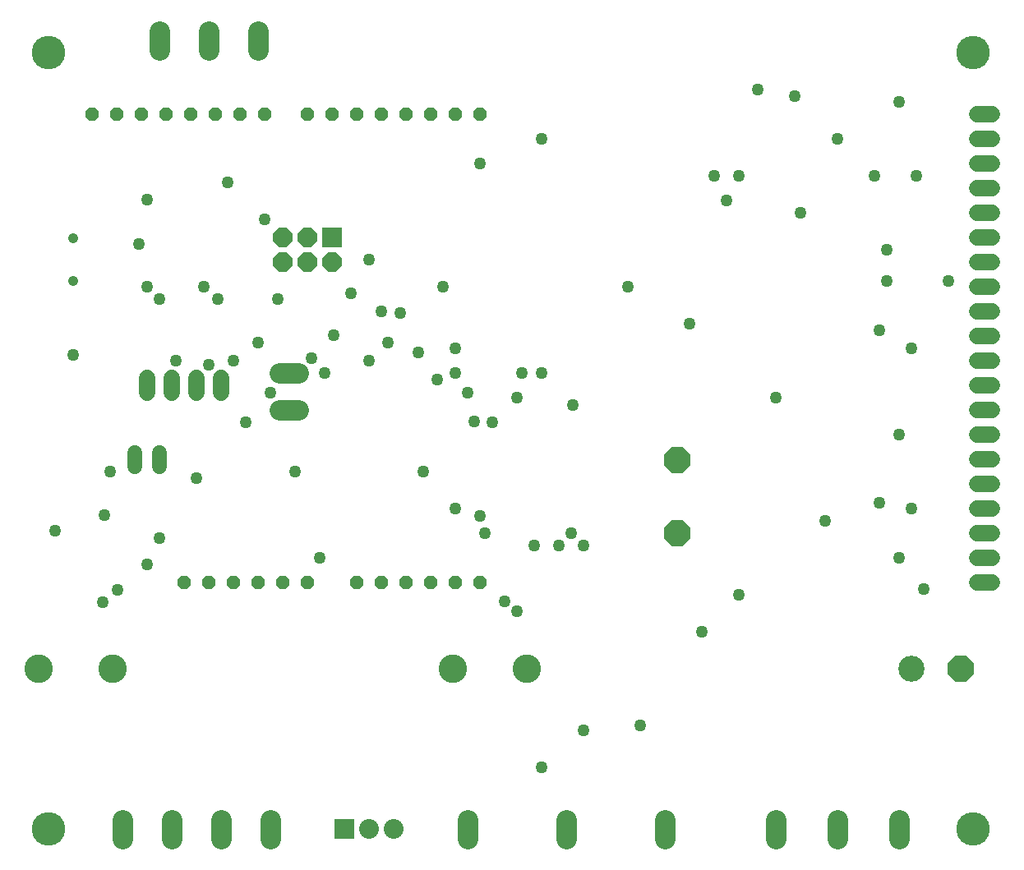
<source format=gbs>
G75*
G70*
%OFA0B0*%
%FSLAX24Y24*%
%IPPOS*%
%LPD*%
%AMOC8*
5,1,8,0,0,1.08239X$1,22.5*
%
%ADD10C,0.0414*%
%ADD11C,0.0660*%
%ADD12R,0.0800X0.0800*%
%ADD13OC8,0.0800*%
%ADD14C,0.0840*%
%ADD15C,0.0800*%
%ADD16OC8,0.0560*%
%ADD17C,0.0600*%
%ADD18C,0.1060*%
%ADD19OC8,0.1060*%
%ADD20C,0.1155*%
%ADD21C,0.1360*%
%ADD22C,0.0496*%
D10*
X004687Y024945D03*
X004687Y026677D03*
D11*
X007687Y020981D02*
X007687Y020381D01*
X008687Y020381D02*
X008687Y020981D01*
X009687Y020981D02*
X009687Y020381D01*
X010687Y020381D02*
X010687Y020981D01*
X041337Y020681D02*
X041937Y020681D01*
X041937Y021681D02*
X041337Y021681D01*
X041337Y022681D02*
X041937Y022681D01*
X041937Y023681D02*
X041337Y023681D01*
X041337Y024681D02*
X041937Y024681D01*
X041937Y025681D02*
X041337Y025681D01*
X041337Y026681D02*
X041937Y026681D01*
X041937Y027681D02*
X041337Y027681D01*
X041337Y028681D02*
X041937Y028681D01*
X041937Y029681D02*
X041337Y029681D01*
X041337Y030681D02*
X041937Y030681D01*
X041937Y031681D02*
X041337Y031681D01*
X041337Y019681D02*
X041937Y019681D01*
X041937Y018681D02*
X041337Y018681D01*
X041337Y017681D02*
X041937Y017681D01*
X041937Y016681D02*
X041337Y016681D01*
X041337Y015681D02*
X041937Y015681D01*
X041937Y014681D02*
X041337Y014681D01*
X041337Y013681D02*
X041937Y013681D01*
X041937Y012681D02*
X041337Y012681D01*
D12*
X015687Y002681D03*
X015187Y026681D03*
D13*
X014187Y026681D03*
X013187Y026681D03*
X013187Y025681D03*
X014187Y025681D03*
X015187Y025681D03*
D14*
X013827Y021181D02*
X013047Y021181D01*
X013047Y019681D02*
X013827Y019681D01*
X012187Y034291D02*
X012187Y035071D01*
X010187Y035071D02*
X010187Y034291D01*
X008187Y034291D02*
X008187Y035071D01*
X008687Y003071D02*
X008687Y002291D01*
X006687Y002291D02*
X006687Y003071D01*
X010687Y003071D02*
X010687Y002291D01*
X012687Y002291D02*
X012687Y003071D01*
X020687Y003071D02*
X020687Y002291D01*
X024687Y002291D02*
X024687Y003071D01*
X028687Y003071D02*
X028687Y002291D01*
X033187Y002291D02*
X033187Y003071D01*
X035687Y003071D02*
X035687Y002291D01*
X038187Y002291D02*
X038187Y003071D01*
D15*
X017687Y002681D03*
X016687Y002681D03*
D16*
X016187Y012681D03*
X017187Y012681D03*
X018187Y012681D03*
X019187Y012681D03*
X020187Y012681D03*
X021187Y012681D03*
X014187Y012681D03*
X013187Y012681D03*
X012187Y012681D03*
X011187Y012681D03*
X010187Y012681D03*
X009187Y012681D03*
X009437Y031681D03*
X008437Y031681D03*
X007437Y031681D03*
X006437Y031681D03*
X005437Y031681D03*
X010437Y031681D03*
X011437Y031681D03*
X012437Y031681D03*
X014187Y031681D03*
X015187Y031681D03*
X016187Y031681D03*
X017187Y031681D03*
X018187Y031681D03*
X019187Y031681D03*
X020187Y031681D03*
X021187Y031681D03*
D17*
X008187Y017951D02*
X008187Y017411D01*
X007187Y017411D02*
X007187Y017951D01*
D18*
X038687Y009181D03*
D19*
X040687Y009181D03*
X029187Y014701D03*
X029187Y017661D03*
D20*
X023087Y009181D03*
X020087Y009181D03*
X006287Y009181D03*
X003287Y009181D03*
D21*
X003687Y002681D03*
X003687Y034181D03*
X041187Y034181D03*
X041187Y002681D03*
D22*
X031687Y012181D03*
X030187Y010681D03*
X027687Y006881D03*
X025387Y006681D03*
X023687Y005181D03*
X022687Y011531D03*
X022187Y011931D03*
X023387Y014181D03*
X024387Y014181D03*
X024887Y014681D03*
X025387Y014181D03*
X021387Y014681D03*
X021187Y015381D03*
X020187Y015681D03*
X018887Y017181D03*
X020937Y019231D03*
X021687Y019181D03*
X022687Y020181D03*
X022887Y021181D03*
X023687Y021181D03*
X024937Y019881D03*
X020687Y020381D03*
X020187Y021181D03*
X019437Y020931D03*
X018687Y022031D03*
X017437Y022431D03*
X016687Y021681D03*
X015237Y022731D03*
X015237Y022731D03*
X014337Y021781D03*
X014887Y021181D03*
X012687Y020381D03*
X011687Y019181D03*
X010187Y021531D03*
X011187Y021681D03*
X012187Y022431D03*
X012987Y024181D03*
X010537Y024181D03*
X009987Y024681D03*
X008187Y024181D03*
X007687Y024681D03*
X007337Y026431D03*
X007687Y028231D03*
X010937Y028931D03*
X012437Y027431D03*
X015937Y024431D03*
X017187Y023681D03*
X017937Y023631D03*
X019687Y024681D03*
X016687Y025781D03*
X016687Y025781D03*
X020187Y022181D03*
X027187Y024681D03*
X029687Y023181D03*
X033187Y020181D03*
X037387Y022931D03*
X038687Y022181D03*
X037687Y024931D03*
X037687Y026181D03*
X040187Y024931D03*
X038887Y029181D03*
X037187Y029181D03*
X035687Y030681D03*
X033937Y032431D03*
X032437Y032681D03*
X031687Y029181D03*
X030687Y029181D03*
X031187Y028181D03*
X034187Y027681D03*
X038187Y032181D03*
X023687Y030681D03*
X021187Y029681D03*
X008837Y021681D03*
X004687Y021931D03*
X006187Y017181D03*
X005937Y015431D03*
X003937Y014781D03*
X006487Y012381D03*
X005887Y011881D03*
X007687Y013431D03*
X007687Y013431D03*
X008187Y014481D03*
X009687Y016931D03*
X013687Y017181D03*
X014687Y013681D03*
X035187Y015181D03*
X037387Y015931D03*
X038687Y015681D03*
X038187Y013681D03*
X039187Y012431D03*
X038187Y018681D03*
M02*

</source>
